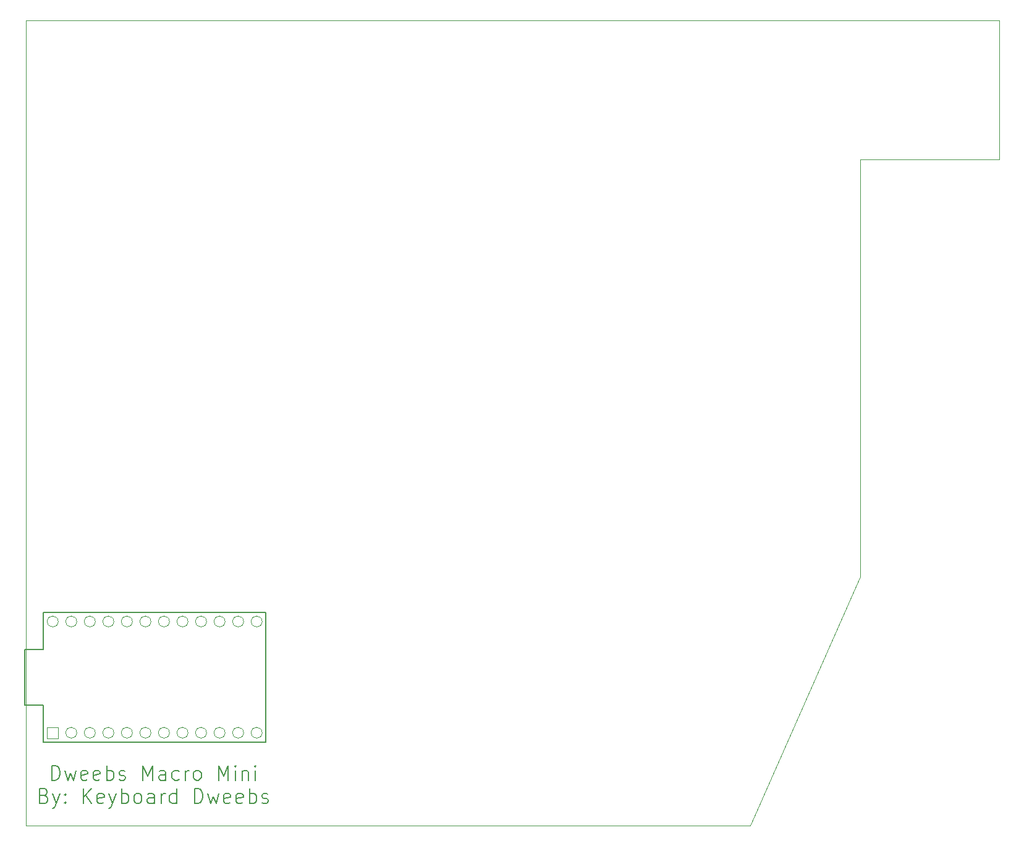
<source format=gbr>
G04 #@! TF.GenerationSoftware,KiCad,Pcbnew,(5.1.4)-1*
G04 #@! TF.CreationDate,2022-03-13T20:27:42-07:00*
G04 #@! TF.ProjectId,Dweebs-Macro-Mini,44776565-6273-42d4-9d61-63726f2d4d69,rev?*
G04 #@! TF.SameCoordinates,Original*
G04 #@! TF.FileFunction,Legend,Top*
G04 #@! TF.FilePolarity,Positive*
%FSLAX46Y46*%
G04 Gerber Fmt 4.6, Leading zero omitted, Abs format (unit mm)*
G04 Created by KiCad (PCBNEW (5.1.4)-1) date 2022-03-13 20:27:42*
%MOMM*%
%LPD*%
G04 APERTURE LIST*
%ADD10C,0.050000*%
%ADD11C,0.150000*%
%ADD12C,0.100000*%
G04 APERTURE END LIST*
D10*
X73772884Y-150018562D02*
X73818750Y-39687500D01*
X173037500Y-150018750D02*
X188118750Y-115887500D01*
X169068750Y-150018750D02*
X173037500Y-150018750D01*
X169068750Y-150018750D02*
X73772884Y-150018562D01*
D11*
X77328869Y-143792261D02*
X77328869Y-141792261D01*
X77805059Y-141792261D01*
X78090773Y-141887500D01*
X78281250Y-142077976D01*
X78376488Y-142268452D01*
X78471726Y-142649404D01*
X78471726Y-142935119D01*
X78376488Y-143316071D01*
X78281250Y-143506547D01*
X78090773Y-143697023D01*
X77805059Y-143792261D01*
X77328869Y-143792261D01*
X79138392Y-142458928D02*
X79519345Y-143792261D01*
X79900297Y-142839880D01*
X80281250Y-143792261D01*
X80662202Y-142458928D01*
X82186011Y-143697023D02*
X81995535Y-143792261D01*
X81614583Y-143792261D01*
X81424107Y-143697023D01*
X81328869Y-143506547D01*
X81328869Y-142744642D01*
X81424107Y-142554166D01*
X81614583Y-142458928D01*
X81995535Y-142458928D01*
X82186011Y-142554166D01*
X82281250Y-142744642D01*
X82281250Y-142935119D01*
X81328869Y-143125595D01*
X83900297Y-143697023D02*
X83709821Y-143792261D01*
X83328869Y-143792261D01*
X83138392Y-143697023D01*
X83043154Y-143506547D01*
X83043154Y-142744642D01*
X83138392Y-142554166D01*
X83328869Y-142458928D01*
X83709821Y-142458928D01*
X83900297Y-142554166D01*
X83995535Y-142744642D01*
X83995535Y-142935119D01*
X83043154Y-143125595D01*
X84852678Y-143792261D02*
X84852678Y-141792261D01*
X84852678Y-142554166D02*
X85043154Y-142458928D01*
X85424107Y-142458928D01*
X85614583Y-142554166D01*
X85709821Y-142649404D01*
X85805059Y-142839880D01*
X85805059Y-143411309D01*
X85709821Y-143601785D01*
X85614583Y-143697023D01*
X85424107Y-143792261D01*
X85043154Y-143792261D01*
X84852678Y-143697023D01*
X86566964Y-143697023D02*
X86757440Y-143792261D01*
X87138392Y-143792261D01*
X87328869Y-143697023D01*
X87424107Y-143506547D01*
X87424107Y-143411309D01*
X87328869Y-143220833D01*
X87138392Y-143125595D01*
X86852678Y-143125595D01*
X86662202Y-143030357D01*
X86566964Y-142839880D01*
X86566964Y-142744642D01*
X86662202Y-142554166D01*
X86852678Y-142458928D01*
X87138392Y-142458928D01*
X87328869Y-142554166D01*
X89805059Y-143792261D02*
X89805059Y-141792261D01*
X90471726Y-143220833D01*
X91138392Y-141792261D01*
X91138392Y-143792261D01*
X92947916Y-143792261D02*
X92947916Y-142744642D01*
X92852678Y-142554166D01*
X92662202Y-142458928D01*
X92281250Y-142458928D01*
X92090773Y-142554166D01*
X92947916Y-143697023D02*
X92757440Y-143792261D01*
X92281250Y-143792261D01*
X92090773Y-143697023D01*
X91995535Y-143506547D01*
X91995535Y-143316071D01*
X92090773Y-143125595D01*
X92281250Y-143030357D01*
X92757440Y-143030357D01*
X92947916Y-142935119D01*
X94757440Y-143697023D02*
X94566964Y-143792261D01*
X94186011Y-143792261D01*
X93995535Y-143697023D01*
X93900297Y-143601785D01*
X93805059Y-143411309D01*
X93805059Y-142839880D01*
X93900297Y-142649404D01*
X93995535Y-142554166D01*
X94186011Y-142458928D01*
X94566964Y-142458928D01*
X94757440Y-142554166D01*
X95614583Y-143792261D02*
X95614583Y-142458928D01*
X95614583Y-142839880D02*
X95709821Y-142649404D01*
X95805059Y-142554166D01*
X95995535Y-142458928D01*
X96186011Y-142458928D01*
X97138392Y-143792261D02*
X96947916Y-143697023D01*
X96852678Y-143601785D01*
X96757440Y-143411309D01*
X96757440Y-142839880D01*
X96852678Y-142649404D01*
X96947916Y-142554166D01*
X97138392Y-142458928D01*
X97424107Y-142458928D01*
X97614583Y-142554166D01*
X97709821Y-142649404D01*
X97805059Y-142839880D01*
X97805059Y-143411309D01*
X97709821Y-143601785D01*
X97614583Y-143697023D01*
X97424107Y-143792261D01*
X97138392Y-143792261D01*
X100186011Y-143792261D02*
X100186011Y-141792261D01*
X100852678Y-143220833D01*
X101519345Y-141792261D01*
X101519345Y-143792261D01*
X102471726Y-143792261D02*
X102471726Y-142458928D01*
X102471726Y-141792261D02*
X102376488Y-141887500D01*
X102471726Y-141982738D01*
X102566964Y-141887500D01*
X102471726Y-141792261D01*
X102471726Y-141982738D01*
X103424107Y-142458928D02*
X103424107Y-143792261D01*
X103424107Y-142649404D02*
X103519345Y-142554166D01*
X103709821Y-142458928D01*
X103995535Y-142458928D01*
X104186011Y-142554166D01*
X104281250Y-142744642D01*
X104281250Y-143792261D01*
X105233630Y-143792261D02*
X105233630Y-142458928D01*
X105233630Y-141792261D02*
X105138392Y-141887500D01*
X105233630Y-141982738D01*
X105328869Y-141887500D01*
X105233630Y-141792261D01*
X105233630Y-141982738D01*
X76328869Y-145894642D02*
X76614583Y-145989880D01*
X76709821Y-146085119D01*
X76805059Y-146275595D01*
X76805059Y-146561309D01*
X76709821Y-146751785D01*
X76614583Y-146847023D01*
X76424107Y-146942261D01*
X75662202Y-146942261D01*
X75662202Y-144942261D01*
X76328869Y-144942261D01*
X76519345Y-145037500D01*
X76614583Y-145132738D01*
X76709821Y-145323214D01*
X76709821Y-145513690D01*
X76614583Y-145704166D01*
X76519345Y-145799404D01*
X76328869Y-145894642D01*
X75662202Y-145894642D01*
X77471726Y-145608928D02*
X77947916Y-146942261D01*
X78424107Y-145608928D02*
X77947916Y-146942261D01*
X77757440Y-147418452D01*
X77662202Y-147513690D01*
X77471726Y-147608928D01*
X79186011Y-146751785D02*
X79281249Y-146847023D01*
X79186011Y-146942261D01*
X79090773Y-146847023D01*
X79186011Y-146751785D01*
X79186011Y-146942261D01*
X79186011Y-145704166D02*
X79281249Y-145799404D01*
X79186011Y-145894642D01*
X79090773Y-145799404D01*
X79186011Y-145704166D01*
X79186011Y-145894642D01*
X81662202Y-146942261D02*
X81662202Y-144942261D01*
X82805059Y-146942261D02*
X81947916Y-145799404D01*
X82805059Y-144942261D02*
X81662202Y-146085119D01*
X84424107Y-146847023D02*
X84233630Y-146942261D01*
X83852678Y-146942261D01*
X83662202Y-146847023D01*
X83566964Y-146656547D01*
X83566964Y-145894642D01*
X83662202Y-145704166D01*
X83852678Y-145608928D01*
X84233630Y-145608928D01*
X84424107Y-145704166D01*
X84519345Y-145894642D01*
X84519345Y-146085119D01*
X83566964Y-146275595D01*
X85186011Y-145608928D02*
X85662202Y-146942261D01*
X86138392Y-145608928D02*
X85662202Y-146942261D01*
X85471726Y-147418452D01*
X85376488Y-147513690D01*
X85186011Y-147608928D01*
X86900297Y-146942261D02*
X86900297Y-144942261D01*
X86900297Y-145704166D02*
X87090773Y-145608928D01*
X87471726Y-145608928D01*
X87662202Y-145704166D01*
X87757440Y-145799404D01*
X87852678Y-145989880D01*
X87852678Y-146561309D01*
X87757440Y-146751785D01*
X87662202Y-146847023D01*
X87471726Y-146942261D01*
X87090773Y-146942261D01*
X86900297Y-146847023D01*
X88995535Y-146942261D02*
X88805059Y-146847023D01*
X88709821Y-146751785D01*
X88614583Y-146561309D01*
X88614583Y-145989880D01*
X88709821Y-145799404D01*
X88805059Y-145704166D01*
X88995535Y-145608928D01*
X89281249Y-145608928D01*
X89471726Y-145704166D01*
X89566964Y-145799404D01*
X89662202Y-145989880D01*
X89662202Y-146561309D01*
X89566964Y-146751785D01*
X89471726Y-146847023D01*
X89281249Y-146942261D01*
X88995535Y-146942261D01*
X91376488Y-146942261D02*
X91376488Y-145894642D01*
X91281250Y-145704166D01*
X91090773Y-145608928D01*
X90709821Y-145608928D01*
X90519345Y-145704166D01*
X91376488Y-146847023D02*
X91186011Y-146942261D01*
X90709821Y-146942261D01*
X90519345Y-146847023D01*
X90424107Y-146656547D01*
X90424107Y-146466071D01*
X90519345Y-146275595D01*
X90709821Y-146180357D01*
X91186011Y-146180357D01*
X91376488Y-146085119D01*
X92328869Y-146942261D02*
X92328869Y-145608928D01*
X92328869Y-145989880D02*
X92424107Y-145799404D01*
X92519345Y-145704166D01*
X92709821Y-145608928D01*
X92900297Y-145608928D01*
X94424107Y-146942261D02*
X94424107Y-144942261D01*
X94424107Y-146847023D02*
X94233630Y-146942261D01*
X93852678Y-146942261D01*
X93662202Y-146847023D01*
X93566964Y-146751785D01*
X93471726Y-146561309D01*
X93471726Y-145989880D01*
X93566964Y-145799404D01*
X93662202Y-145704166D01*
X93852678Y-145608928D01*
X94233630Y-145608928D01*
X94424107Y-145704166D01*
X96900297Y-146942261D02*
X96900297Y-144942261D01*
X97376488Y-144942261D01*
X97662202Y-145037500D01*
X97852678Y-145227976D01*
X97947916Y-145418452D01*
X98043154Y-145799404D01*
X98043154Y-146085119D01*
X97947916Y-146466071D01*
X97852678Y-146656547D01*
X97662202Y-146847023D01*
X97376488Y-146942261D01*
X96900297Y-146942261D01*
X98709821Y-145608928D02*
X99090773Y-146942261D01*
X99471726Y-145989880D01*
X99852678Y-146942261D01*
X100233630Y-145608928D01*
X101757440Y-146847023D02*
X101566964Y-146942261D01*
X101186011Y-146942261D01*
X100995535Y-146847023D01*
X100900297Y-146656547D01*
X100900297Y-145894642D01*
X100995535Y-145704166D01*
X101186011Y-145608928D01*
X101566964Y-145608928D01*
X101757440Y-145704166D01*
X101852678Y-145894642D01*
X101852678Y-146085119D01*
X100900297Y-146275595D01*
X103471726Y-146847023D02*
X103281249Y-146942261D01*
X102900297Y-146942261D01*
X102709821Y-146847023D01*
X102614583Y-146656547D01*
X102614583Y-145894642D01*
X102709821Y-145704166D01*
X102900297Y-145608928D01*
X103281249Y-145608928D01*
X103471726Y-145704166D01*
X103566964Y-145894642D01*
X103566964Y-146085119D01*
X102614583Y-146275595D01*
X104424107Y-146942261D02*
X104424107Y-144942261D01*
X104424107Y-145704166D02*
X104614583Y-145608928D01*
X104995535Y-145608928D01*
X105186011Y-145704166D01*
X105281249Y-145799404D01*
X105376488Y-145989880D01*
X105376488Y-146561309D01*
X105281249Y-146751785D01*
X105186011Y-146847023D01*
X104995535Y-146942261D01*
X104614583Y-146942261D01*
X104424107Y-146847023D01*
X106138392Y-146847023D02*
X106328869Y-146942261D01*
X106709821Y-146942261D01*
X106900297Y-146847023D01*
X106995535Y-146656547D01*
X106995535Y-146561309D01*
X106900297Y-146370833D01*
X106709821Y-146275595D01*
X106424107Y-146275595D01*
X106233630Y-146180357D01*
X106138392Y-145989880D01*
X106138392Y-145894642D01*
X106233630Y-145704166D01*
X106424107Y-145608928D01*
X106709821Y-145608928D01*
X106900297Y-145704166D01*
D10*
X188118750Y-58737500D02*
X188118750Y-115887500D01*
X207168750Y-58737500D02*
X188118750Y-58737500D01*
X207168750Y-39687500D02*
X207168750Y-58737500D01*
X73818750Y-39687500D02*
X207168750Y-39687500D01*
D11*
X106680000Y-120777000D02*
X106680000Y-138557000D01*
X76200000Y-120777000D02*
X106680000Y-120777000D01*
X76200000Y-125857000D02*
X76200000Y-120777000D01*
X73660000Y-125857000D02*
X76200000Y-125857000D01*
X73660000Y-133477000D02*
X73660000Y-125857000D01*
X76200000Y-133477000D02*
X73660000Y-133477000D01*
X76200000Y-138557000D02*
X76200000Y-133477000D01*
X76200000Y-138557000D02*
X106680000Y-138557000D01*
D12*
X78220000Y-122047000D02*
G75*
G03X78220000Y-122047000I-750000J0D01*
G01*
X80760000Y-122047000D02*
G75*
G03X80760000Y-122047000I-750000J0D01*
G01*
X83300000Y-122047000D02*
G75*
G03X83300000Y-122047000I-750000J0D01*
G01*
X85840000Y-122047000D02*
G75*
G03X85840000Y-122047000I-750000J0D01*
G01*
X88380000Y-122047000D02*
G75*
G03X88380000Y-122047000I-750000J0D01*
G01*
X90920000Y-122047000D02*
G75*
G03X90920000Y-122047000I-750000J0D01*
G01*
X93460000Y-122047000D02*
G75*
G03X93460000Y-122047000I-750000J0D01*
G01*
X96000000Y-122047000D02*
G75*
G03X96000000Y-122047000I-750000J0D01*
G01*
X98540000Y-122047000D02*
G75*
G03X98540000Y-122047000I-750000J0D01*
G01*
X101080000Y-122047000D02*
G75*
G03X101080000Y-122047000I-750000J0D01*
G01*
X103620000Y-122047000D02*
G75*
G03X103620000Y-122047000I-750000J0D01*
G01*
X106160000Y-122047000D02*
G75*
G03X106160000Y-122047000I-750000J0D01*
G01*
X106160000Y-137287000D02*
G75*
G03X106160000Y-137287000I-750000J0D01*
G01*
X103620000Y-137287000D02*
G75*
G03X103620000Y-137287000I-750000J0D01*
G01*
X101080000Y-137287000D02*
G75*
G03X101080000Y-137287000I-750000J0D01*
G01*
X98540000Y-137287000D02*
G75*
G03X98540000Y-137287000I-750000J0D01*
G01*
X96000000Y-137287000D02*
G75*
G03X96000000Y-137287000I-750000J0D01*
G01*
X93460000Y-137287000D02*
G75*
G03X93460000Y-137287000I-750000J0D01*
G01*
X90920000Y-137287000D02*
G75*
G03X90920000Y-137287000I-750000J0D01*
G01*
X88380000Y-137287000D02*
G75*
G03X88380000Y-137287000I-750000J0D01*
G01*
X85840000Y-137287000D02*
G75*
G03X85840000Y-137287000I-750000J0D01*
G01*
X83300000Y-137287000D02*
G75*
G03X83300000Y-137287000I-750000J0D01*
G01*
X80760000Y-137287000D02*
G75*
G03X80760000Y-137287000I-750000J0D01*
G01*
X76720000Y-136537000D02*
X76720000Y-138037000D01*
X78220000Y-138037000D01*
X78220000Y-136537000D01*
X76720000Y-136537000D01*
M02*

</source>
